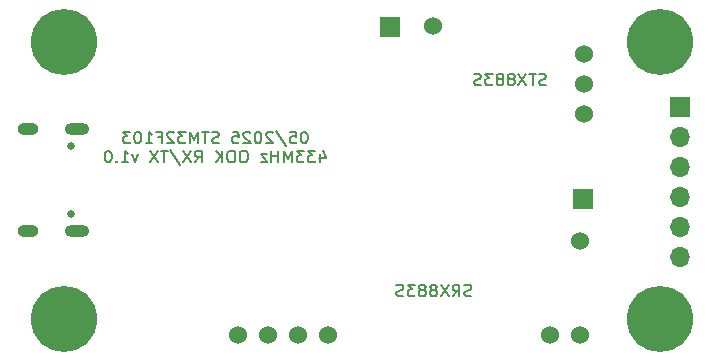
<source format=gbr>
%TF.GenerationSoftware,KiCad,Pcbnew,(6.0.11)*%
%TF.CreationDate,2025-09-27T21:04:19-04:00*%
%TF.ProjectId,433MHz-SRX882S-Dongle,3433334d-487a-42d5-9352-58383832532d,rev?*%
%TF.SameCoordinates,Original*%
%TF.FileFunction,Soldermask,Bot*%
%TF.FilePolarity,Negative*%
%FSLAX46Y46*%
G04 Gerber Fmt 4.6, Leading zero omitted, Abs format (unit mm)*
G04 Created by KiCad (PCBNEW (6.0.11)) date 2025-09-27 21:04:19*
%MOMM*%
%LPD*%
G01*
G04 APERTURE LIST*
%ADD10C,0.150000*%
%ADD11C,5.600000*%
%ADD12C,3.600000*%
%ADD13R,1.700000X1.700000*%
%ADD14O,1.700000X1.700000*%
%ADD15C,0.650000*%
%ADD16O,1.800000X1.000000*%
%ADD17O,2.100000X1.000000*%
%ADD18C,1.524000*%
G04 APERTURE END LIST*
D10*
X110097619Y-96054761D02*
X109954761Y-96102380D01*
X109716666Y-96102380D01*
X109621428Y-96054761D01*
X109573809Y-96007142D01*
X109526190Y-95911904D01*
X109526190Y-95816666D01*
X109573809Y-95721428D01*
X109621428Y-95673809D01*
X109716666Y-95626190D01*
X109907142Y-95578571D01*
X110002380Y-95530952D01*
X110050000Y-95483333D01*
X110097619Y-95388095D01*
X110097619Y-95292857D01*
X110050000Y-95197619D01*
X110002380Y-95150000D01*
X109907142Y-95102380D01*
X109669047Y-95102380D01*
X109526190Y-95150000D01*
X109240476Y-95102380D02*
X108669047Y-95102380D01*
X108954761Y-96102380D02*
X108954761Y-95102380D01*
X108430952Y-95102380D02*
X107764285Y-96102380D01*
X107764285Y-95102380D02*
X108430952Y-96102380D01*
X107240476Y-95530952D02*
X107335714Y-95483333D01*
X107383333Y-95435714D01*
X107430952Y-95340476D01*
X107430952Y-95292857D01*
X107383333Y-95197619D01*
X107335714Y-95150000D01*
X107240476Y-95102380D01*
X107050000Y-95102380D01*
X106954761Y-95150000D01*
X106907142Y-95197619D01*
X106859523Y-95292857D01*
X106859523Y-95340476D01*
X106907142Y-95435714D01*
X106954761Y-95483333D01*
X107050000Y-95530952D01*
X107240476Y-95530952D01*
X107335714Y-95578571D01*
X107383333Y-95626190D01*
X107430952Y-95721428D01*
X107430952Y-95911904D01*
X107383333Y-96007142D01*
X107335714Y-96054761D01*
X107240476Y-96102380D01*
X107050000Y-96102380D01*
X106954761Y-96054761D01*
X106907142Y-96007142D01*
X106859523Y-95911904D01*
X106859523Y-95721428D01*
X106907142Y-95626190D01*
X106954761Y-95578571D01*
X107050000Y-95530952D01*
X106288095Y-95530952D02*
X106383333Y-95483333D01*
X106430952Y-95435714D01*
X106478571Y-95340476D01*
X106478571Y-95292857D01*
X106430952Y-95197619D01*
X106383333Y-95150000D01*
X106288095Y-95102380D01*
X106097619Y-95102380D01*
X106002380Y-95150000D01*
X105954761Y-95197619D01*
X105907142Y-95292857D01*
X105907142Y-95340476D01*
X105954761Y-95435714D01*
X106002380Y-95483333D01*
X106097619Y-95530952D01*
X106288095Y-95530952D01*
X106383333Y-95578571D01*
X106430952Y-95626190D01*
X106478571Y-95721428D01*
X106478571Y-95911904D01*
X106430952Y-96007142D01*
X106383333Y-96054761D01*
X106288095Y-96102380D01*
X106097619Y-96102380D01*
X106002380Y-96054761D01*
X105954761Y-96007142D01*
X105907142Y-95911904D01*
X105907142Y-95721428D01*
X105954761Y-95626190D01*
X106002380Y-95578571D01*
X106097619Y-95530952D01*
X105573809Y-95102380D02*
X104954761Y-95102380D01*
X105288095Y-95483333D01*
X105145238Y-95483333D01*
X105050000Y-95530952D01*
X105002380Y-95578571D01*
X104954761Y-95673809D01*
X104954761Y-95911904D01*
X105002380Y-96007142D01*
X105050000Y-96054761D01*
X105145238Y-96102380D01*
X105430952Y-96102380D01*
X105526190Y-96054761D01*
X105573809Y-96007142D01*
X104573809Y-96054761D02*
X104430952Y-96102380D01*
X104192857Y-96102380D01*
X104097619Y-96054761D01*
X104050000Y-96007142D01*
X104002380Y-95911904D01*
X104002380Y-95816666D01*
X104050000Y-95721428D01*
X104097619Y-95673809D01*
X104192857Y-95626190D01*
X104383333Y-95578571D01*
X104478571Y-95530952D01*
X104526190Y-95483333D01*
X104573809Y-95388095D01*
X104573809Y-95292857D01*
X104526190Y-95197619D01*
X104478571Y-95150000D01*
X104383333Y-95102380D01*
X104145238Y-95102380D01*
X104002380Y-95150000D01*
X103766666Y-113904761D02*
X103623809Y-113952380D01*
X103385714Y-113952380D01*
X103290476Y-113904761D01*
X103242857Y-113857142D01*
X103195238Y-113761904D01*
X103195238Y-113666666D01*
X103242857Y-113571428D01*
X103290476Y-113523809D01*
X103385714Y-113476190D01*
X103576190Y-113428571D01*
X103671428Y-113380952D01*
X103719047Y-113333333D01*
X103766666Y-113238095D01*
X103766666Y-113142857D01*
X103719047Y-113047619D01*
X103671428Y-113000000D01*
X103576190Y-112952380D01*
X103338095Y-112952380D01*
X103195238Y-113000000D01*
X102195238Y-113952380D02*
X102528571Y-113476190D01*
X102766666Y-113952380D02*
X102766666Y-112952380D01*
X102385714Y-112952380D01*
X102290476Y-113000000D01*
X102242857Y-113047619D01*
X102195238Y-113142857D01*
X102195238Y-113285714D01*
X102242857Y-113380952D01*
X102290476Y-113428571D01*
X102385714Y-113476190D01*
X102766666Y-113476190D01*
X101861904Y-112952380D02*
X101195238Y-113952380D01*
X101195238Y-112952380D02*
X101861904Y-113952380D01*
X100671428Y-113380952D02*
X100766666Y-113333333D01*
X100814285Y-113285714D01*
X100861904Y-113190476D01*
X100861904Y-113142857D01*
X100814285Y-113047619D01*
X100766666Y-113000000D01*
X100671428Y-112952380D01*
X100480952Y-112952380D01*
X100385714Y-113000000D01*
X100338095Y-113047619D01*
X100290476Y-113142857D01*
X100290476Y-113190476D01*
X100338095Y-113285714D01*
X100385714Y-113333333D01*
X100480952Y-113380952D01*
X100671428Y-113380952D01*
X100766666Y-113428571D01*
X100814285Y-113476190D01*
X100861904Y-113571428D01*
X100861904Y-113761904D01*
X100814285Y-113857142D01*
X100766666Y-113904761D01*
X100671428Y-113952380D01*
X100480952Y-113952380D01*
X100385714Y-113904761D01*
X100338095Y-113857142D01*
X100290476Y-113761904D01*
X100290476Y-113571428D01*
X100338095Y-113476190D01*
X100385714Y-113428571D01*
X100480952Y-113380952D01*
X99719047Y-113380952D02*
X99814285Y-113333333D01*
X99861904Y-113285714D01*
X99909523Y-113190476D01*
X99909523Y-113142857D01*
X99861904Y-113047619D01*
X99814285Y-113000000D01*
X99719047Y-112952380D01*
X99528571Y-112952380D01*
X99433333Y-113000000D01*
X99385714Y-113047619D01*
X99338095Y-113142857D01*
X99338095Y-113190476D01*
X99385714Y-113285714D01*
X99433333Y-113333333D01*
X99528571Y-113380952D01*
X99719047Y-113380952D01*
X99814285Y-113428571D01*
X99861904Y-113476190D01*
X99909523Y-113571428D01*
X99909523Y-113761904D01*
X99861904Y-113857142D01*
X99814285Y-113904761D01*
X99719047Y-113952380D01*
X99528571Y-113952380D01*
X99433333Y-113904761D01*
X99385714Y-113857142D01*
X99338095Y-113761904D01*
X99338095Y-113571428D01*
X99385714Y-113476190D01*
X99433333Y-113428571D01*
X99528571Y-113380952D01*
X99004761Y-112952380D02*
X98385714Y-112952380D01*
X98719047Y-113333333D01*
X98576190Y-113333333D01*
X98480952Y-113380952D01*
X98433333Y-113428571D01*
X98385714Y-113523809D01*
X98385714Y-113761904D01*
X98433333Y-113857142D01*
X98480952Y-113904761D01*
X98576190Y-113952380D01*
X98861904Y-113952380D01*
X98957142Y-113904761D01*
X99004761Y-113857142D01*
X98004761Y-113904761D02*
X97861904Y-113952380D01*
X97623809Y-113952380D01*
X97528571Y-113904761D01*
X97480952Y-113857142D01*
X97433333Y-113761904D01*
X97433333Y-113666666D01*
X97480952Y-113571428D01*
X97528571Y-113523809D01*
X97623809Y-113476190D01*
X97814285Y-113428571D01*
X97909523Y-113380952D01*
X97957142Y-113333333D01*
X98004761Y-113238095D01*
X98004761Y-113142857D01*
X97957142Y-113047619D01*
X97909523Y-113000000D01*
X97814285Y-112952380D01*
X97576190Y-112952380D01*
X97433333Y-113000000D01*
X89671428Y-99997380D02*
X89576190Y-99997380D01*
X89480952Y-100045000D01*
X89433333Y-100092619D01*
X89385714Y-100187857D01*
X89338095Y-100378333D01*
X89338095Y-100616428D01*
X89385714Y-100806904D01*
X89433333Y-100902142D01*
X89480952Y-100949761D01*
X89576190Y-100997380D01*
X89671428Y-100997380D01*
X89766666Y-100949761D01*
X89814285Y-100902142D01*
X89861904Y-100806904D01*
X89909523Y-100616428D01*
X89909523Y-100378333D01*
X89861904Y-100187857D01*
X89814285Y-100092619D01*
X89766666Y-100045000D01*
X89671428Y-99997380D01*
X88433333Y-99997380D02*
X88909523Y-99997380D01*
X88957142Y-100473571D01*
X88909523Y-100425952D01*
X88814285Y-100378333D01*
X88576190Y-100378333D01*
X88480952Y-100425952D01*
X88433333Y-100473571D01*
X88385714Y-100568809D01*
X88385714Y-100806904D01*
X88433333Y-100902142D01*
X88480952Y-100949761D01*
X88576190Y-100997380D01*
X88814285Y-100997380D01*
X88909523Y-100949761D01*
X88957142Y-100902142D01*
X87242857Y-99949761D02*
X88100000Y-101235476D01*
X86957142Y-100092619D02*
X86909523Y-100045000D01*
X86814285Y-99997380D01*
X86576190Y-99997380D01*
X86480952Y-100045000D01*
X86433333Y-100092619D01*
X86385714Y-100187857D01*
X86385714Y-100283095D01*
X86433333Y-100425952D01*
X87004761Y-100997380D01*
X86385714Y-100997380D01*
X85766666Y-99997380D02*
X85671428Y-99997380D01*
X85576190Y-100045000D01*
X85528571Y-100092619D01*
X85480952Y-100187857D01*
X85433333Y-100378333D01*
X85433333Y-100616428D01*
X85480952Y-100806904D01*
X85528571Y-100902142D01*
X85576190Y-100949761D01*
X85671428Y-100997380D01*
X85766666Y-100997380D01*
X85861904Y-100949761D01*
X85909523Y-100902142D01*
X85957142Y-100806904D01*
X86004761Y-100616428D01*
X86004761Y-100378333D01*
X85957142Y-100187857D01*
X85909523Y-100092619D01*
X85861904Y-100045000D01*
X85766666Y-99997380D01*
X85052380Y-100092619D02*
X85004761Y-100045000D01*
X84909523Y-99997380D01*
X84671428Y-99997380D01*
X84576190Y-100045000D01*
X84528571Y-100092619D01*
X84480952Y-100187857D01*
X84480952Y-100283095D01*
X84528571Y-100425952D01*
X85100000Y-100997380D01*
X84480952Y-100997380D01*
X83576190Y-99997380D02*
X84052380Y-99997380D01*
X84100000Y-100473571D01*
X84052380Y-100425952D01*
X83957142Y-100378333D01*
X83719047Y-100378333D01*
X83623809Y-100425952D01*
X83576190Y-100473571D01*
X83528571Y-100568809D01*
X83528571Y-100806904D01*
X83576190Y-100902142D01*
X83623809Y-100949761D01*
X83719047Y-100997380D01*
X83957142Y-100997380D01*
X84052380Y-100949761D01*
X84100000Y-100902142D01*
X82385714Y-100949761D02*
X82242857Y-100997380D01*
X82004761Y-100997380D01*
X81909523Y-100949761D01*
X81861904Y-100902142D01*
X81814285Y-100806904D01*
X81814285Y-100711666D01*
X81861904Y-100616428D01*
X81909523Y-100568809D01*
X82004761Y-100521190D01*
X82195238Y-100473571D01*
X82290476Y-100425952D01*
X82338095Y-100378333D01*
X82385714Y-100283095D01*
X82385714Y-100187857D01*
X82338095Y-100092619D01*
X82290476Y-100045000D01*
X82195238Y-99997380D01*
X81957142Y-99997380D01*
X81814285Y-100045000D01*
X81528571Y-99997380D02*
X80957142Y-99997380D01*
X81242857Y-100997380D02*
X81242857Y-99997380D01*
X80623809Y-100997380D02*
X80623809Y-99997380D01*
X80290476Y-100711666D01*
X79957142Y-99997380D01*
X79957142Y-100997380D01*
X79576190Y-99997380D02*
X78957142Y-99997380D01*
X79290476Y-100378333D01*
X79147619Y-100378333D01*
X79052380Y-100425952D01*
X79004761Y-100473571D01*
X78957142Y-100568809D01*
X78957142Y-100806904D01*
X79004761Y-100902142D01*
X79052380Y-100949761D01*
X79147619Y-100997380D01*
X79433333Y-100997380D01*
X79528571Y-100949761D01*
X79576190Y-100902142D01*
X78576190Y-100092619D02*
X78528571Y-100045000D01*
X78433333Y-99997380D01*
X78195238Y-99997380D01*
X78100000Y-100045000D01*
X78052380Y-100092619D01*
X78004761Y-100187857D01*
X78004761Y-100283095D01*
X78052380Y-100425952D01*
X78623809Y-100997380D01*
X78004761Y-100997380D01*
X77242857Y-100473571D02*
X77576190Y-100473571D01*
X77576190Y-100997380D02*
X77576190Y-99997380D01*
X77100000Y-99997380D01*
X76195238Y-100997380D02*
X76766666Y-100997380D01*
X76480952Y-100997380D02*
X76480952Y-99997380D01*
X76576190Y-100140238D01*
X76671428Y-100235476D01*
X76766666Y-100283095D01*
X75576190Y-99997380D02*
X75480952Y-99997380D01*
X75385714Y-100045000D01*
X75338095Y-100092619D01*
X75290476Y-100187857D01*
X75242857Y-100378333D01*
X75242857Y-100616428D01*
X75290476Y-100806904D01*
X75338095Y-100902142D01*
X75385714Y-100949761D01*
X75480952Y-100997380D01*
X75576190Y-100997380D01*
X75671428Y-100949761D01*
X75719047Y-100902142D01*
X75766666Y-100806904D01*
X75814285Y-100616428D01*
X75814285Y-100378333D01*
X75766666Y-100187857D01*
X75719047Y-100092619D01*
X75671428Y-100045000D01*
X75576190Y-99997380D01*
X74909523Y-99997380D02*
X74290476Y-99997380D01*
X74623809Y-100378333D01*
X74480952Y-100378333D01*
X74385714Y-100425952D01*
X74338095Y-100473571D01*
X74290476Y-100568809D01*
X74290476Y-100806904D01*
X74338095Y-100902142D01*
X74385714Y-100949761D01*
X74480952Y-100997380D01*
X74766666Y-100997380D01*
X74861904Y-100949761D01*
X74909523Y-100902142D01*
X90980952Y-101940714D02*
X90980952Y-102607380D01*
X91219047Y-101559761D02*
X91457142Y-102274047D01*
X90838095Y-102274047D01*
X90552380Y-101607380D02*
X89933333Y-101607380D01*
X90266666Y-101988333D01*
X90123809Y-101988333D01*
X90028571Y-102035952D01*
X89980952Y-102083571D01*
X89933333Y-102178809D01*
X89933333Y-102416904D01*
X89980952Y-102512142D01*
X90028571Y-102559761D01*
X90123809Y-102607380D01*
X90409523Y-102607380D01*
X90504761Y-102559761D01*
X90552380Y-102512142D01*
X89600000Y-101607380D02*
X88980952Y-101607380D01*
X89314285Y-101988333D01*
X89171428Y-101988333D01*
X89076190Y-102035952D01*
X89028571Y-102083571D01*
X88980952Y-102178809D01*
X88980952Y-102416904D01*
X89028571Y-102512142D01*
X89076190Y-102559761D01*
X89171428Y-102607380D01*
X89457142Y-102607380D01*
X89552380Y-102559761D01*
X89600000Y-102512142D01*
X88552380Y-102607380D02*
X88552380Y-101607380D01*
X88219047Y-102321666D01*
X87885714Y-101607380D01*
X87885714Y-102607380D01*
X87409523Y-102607380D02*
X87409523Y-101607380D01*
X87409523Y-102083571D02*
X86838095Y-102083571D01*
X86838095Y-102607380D02*
X86838095Y-101607380D01*
X86457142Y-101940714D02*
X85933333Y-101940714D01*
X86457142Y-102607380D01*
X85933333Y-102607380D01*
X84600000Y-101607380D02*
X84409523Y-101607380D01*
X84314285Y-101655000D01*
X84219047Y-101750238D01*
X84171428Y-101940714D01*
X84171428Y-102274047D01*
X84219047Y-102464523D01*
X84314285Y-102559761D01*
X84409523Y-102607380D01*
X84600000Y-102607380D01*
X84695238Y-102559761D01*
X84790476Y-102464523D01*
X84838095Y-102274047D01*
X84838095Y-101940714D01*
X84790476Y-101750238D01*
X84695238Y-101655000D01*
X84600000Y-101607380D01*
X83552380Y-101607380D02*
X83361904Y-101607380D01*
X83266666Y-101655000D01*
X83171428Y-101750238D01*
X83123809Y-101940714D01*
X83123809Y-102274047D01*
X83171428Y-102464523D01*
X83266666Y-102559761D01*
X83361904Y-102607380D01*
X83552380Y-102607380D01*
X83647619Y-102559761D01*
X83742857Y-102464523D01*
X83790476Y-102274047D01*
X83790476Y-101940714D01*
X83742857Y-101750238D01*
X83647619Y-101655000D01*
X83552380Y-101607380D01*
X82695238Y-102607380D02*
X82695238Y-101607380D01*
X82123809Y-102607380D02*
X82552380Y-102035952D01*
X82123809Y-101607380D02*
X82695238Y-102178809D01*
X80361904Y-102607380D02*
X80695238Y-102131190D01*
X80933333Y-102607380D02*
X80933333Y-101607380D01*
X80552380Y-101607380D01*
X80457142Y-101655000D01*
X80409523Y-101702619D01*
X80361904Y-101797857D01*
X80361904Y-101940714D01*
X80409523Y-102035952D01*
X80457142Y-102083571D01*
X80552380Y-102131190D01*
X80933333Y-102131190D01*
X80028571Y-101607380D02*
X79361904Y-102607380D01*
X79361904Y-101607380D02*
X80028571Y-102607380D01*
X78266666Y-101559761D02*
X79123809Y-102845476D01*
X78076190Y-101607380D02*
X77504761Y-101607380D01*
X77790476Y-102607380D02*
X77790476Y-101607380D01*
X77266666Y-101607380D02*
X76600000Y-102607380D01*
X76600000Y-101607380D02*
X77266666Y-102607380D01*
X75552380Y-101940714D02*
X75314285Y-102607380D01*
X75076190Y-101940714D01*
X74171428Y-102607380D02*
X74742857Y-102607380D01*
X74457142Y-102607380D02*
X74457142Y-101607380D01*
X74552380Y-101750238D01*
X74647619Y-101845476D01*
X74742857Y-101893095D01*
X73742857Y-102512142D02*
X73695238Y-102559761D01*
X73742857Y-102607380D01*
X73790476Y-102559761D01*
X73742857Y-102512142D01*
X73742857Y-102607380D01*
X73076190Y-101607380D02*
X72980952Y-101607380D01*
X72885714Y-101655000D01*
X72838095Y-101702619D01*
X72790476Y-101797857D01*
X72742857Y-101988333D01*
X72742857Y-102226428D01*
X72790476Y-102416904D01*
X72838095Y-102512142D01*
X72885714Y-102559761D01*
X72980952Y-102607380D01*
X73076190Y-102607380D01*
X73171428Y-102559761D01*
X73219047Y-102512142D01*
X73266666Y-102416904D01*
X73314285Y-102226428D01*
X73314285Y-101988333D01*
X73266666Y-101797857D01*
X73219047Y-101702619D01*
X73171428Y-101655000D01*
X73076190Y-101607380D01*
D11*
%TO.C,M3*%
X119750000Y-115900000D03*
D12*
X119750000Y-115900000D03*
%TD*%
D13*
%TO.C,J4*%
X121450000Y-97926250D03*
D14*
X121450000Y-100466250D03*
X121450000Y-103006250D03*
X121450000Y-105546250D03*
X121450000Y-108086250D03*
X121450000Y-110626250D03*
%TD*%
D12*
%TO.C,M3*%
X119750000Y-92400000D03*
D11*
X119750000Y-92400000D03*
%TD*%
%TO.C,M3*%
X69250000Y-115900000D03*
D12*
X69250000Y-115900000D03*
%TD*%
D13*
%TO.C,J5*%
X113250000Y-105750000D03*
%TD*%
D15*
%TO.C,J1*%
X69880000Y-101230000D03*
X69880000Y-107010000D03*
D16*
X66200000Y-108440000D03*
X66200000Y-99800000D03*
D17*
X70400000Y-99800000D03*
X70400000Y-108440000D03*
%TD*%
D13*
%TO.C,J2*%
X96850000Y-91155000D03*
%TD*%
D12*
%TO.C,M3*%
X69250000Y-92400000D03*
D11*
X69250000Y-92400000D03*
%TD*%
D18*
%TO.C,U3*%
X113000000Y-117250000D03*
X110460000Y-117250000D03*
X91600000Y-117250000D03*
X89060000Y-117250000D03*
X86520000Y-117250000D03*
X83980000Y-117250000D03*
X113000000Y-109250000D03*
%TD*%
%TO.C,U1*%
X100500000Y-91090000D03*
X113300000Y-93410000D03*
X113300000Y-95950000D03*
X113300000Y-98490000D03*
%TD*%
M02*

</source>
